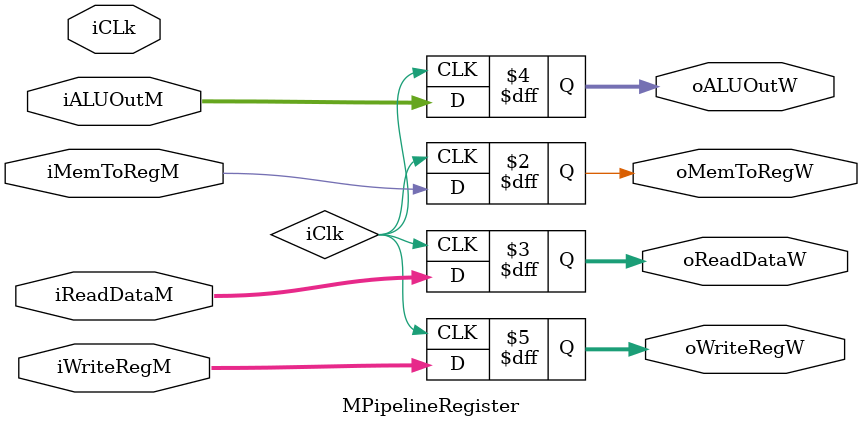
<source format=sv>
module MPipelineRegister (
    input   logic        iCLk,
    input   logic        iMemToRegM,
    input   logic [31:0] iReadDataM,
    input   logic [31:0] iALUOutM,
    input   logic [4:0]  iWriteRegM,

    output  logic        oMemToRegW,
    output  logic [31:0] oReadDataW,
    output  logic [31:0] oALUOutW,
    output  logic [4:0]  oWriteRegW
);
  
    always_ff @ (posedge iClk) begin 
        oMemToRegW <= iMemToRegM;
        oALUOutW <= iALUOutM;
        oReadDataW <= iReadDataM;
        oWriteRegW <= iWriteRegM;
    end
    
endmodule

</source>
